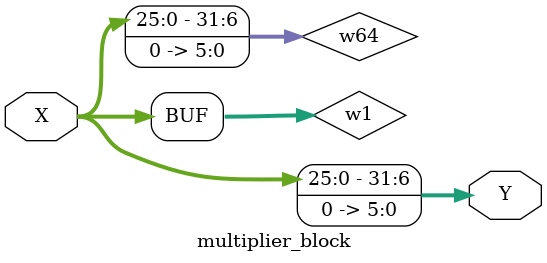
<source format=v>
/*------------------------------------------------------------------------------
 * This code was generated by Spiral Multiplier Block Generator, www.spiral.net
 * Copyright (c) 2006, Carnegie Mellon University
 * All rights reserved.
 * The code is distributed under a BSD style license
 * (see http://www.opensource.org/licenses/bsd-license.php)
 *------------------------------------------------------------------------------ */

module multiplier_block (
    X,
    Y
);

  // Port mode declarations:
  input  signed  [31:0] X;
  output signed  [31:0] Y;

  //Multipliers:

  wire signed [31:0]
    w1,
    w64;

  assign w1 = X;
  assign w64 = w1 << 6;

  assign Y = w64;

endmodule //multiplier_block


</source>
